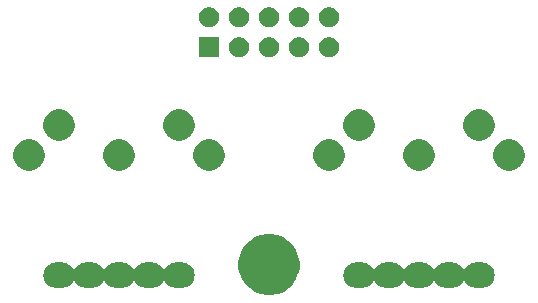
<source format=gbr>
G04 #@! TF.GenerationSoftware,KiCad,Pcbnew,(5.0.2)-1*
G04 #@! TF.CreationDate,2019-01-01T20:39:11-08:00*
G04 #@! TF.ProjectId,500-1141,3530302d-3131-4343-912e-6b696361645f,rev?*
G04 #@! TF.SameCoordinates,Original*
G04 #@! TF.FileFunction,Soldermask,Top*
G04 #@! TF.FilePolarity,Negative*
%FSLAX46Y46*%
G04 Gerber Fmt 4.6, Leading zero omitted, Abs format (unit mm)*
G04 Created by KiCad (PCBNEW (5.0.2)-1) date 1/1/2019 8:39:11 PM*
%MOMM*%
%LPD*%
G01*
G04 APERTURE LIST*
%ADD10C,0.100000*%
G04 APERTURE END LIST*
D10*
G36*
X97108908Y-113680380D02*
X97275767Y-113713570D01*
X97747299Y-113908885D01*
X98168803Y-114190526D01*
X98171669Y-114192441D01*
X98532559Y-114553331D01*
X98532561Y-114553334D01*
X98816115Y-114977701D01*
X98816115Y-114977702D01*
X99011430Y-115449234D01*
X99111000Y-115949807D01*
X99111000Y-116460193D01*
X99044620Y-116793908D01*
X99011430Y-116960767D01*
X98816115Y-117432299D01*
X98644150Y-117689662D01*
X98532559Y-117856669D01*
X98171669Y-118217559D01*
X98171666Y-118217561D01*
X97747299Y-118501115D01*
X97275767Y-118696430D01*
X97108908Y-118729620D01*
X96775193Y-118796000D01*
X96264807Y-118796000D01*
X95931092Y-118729620D01*
X95764233Y-118696430D01*
X95292701Y-118501115D01*
X94868334Y-118217561D01*
X94868331Y-118217559D01*
X94507441Y-117856669D01*
X94395850Y-117689662D01*
X94223885Y-117432299D01*
X94028570Y-116960767D01*
X93995380Y-116793908D01*
X93929000Y-116460193D01*
X93929000Y-115949807D01*
X94028570Y-115449234D01*
X94223885Y-114977702D01*
X94223885Y-114977701D01*
X94507439Y-114553334D01*
X94507441Y-114553331D01*
X94868331Y-114192441D01*
X94871197Y-114190526D01*
X95292701Y-113908885D01*
X95764233Y-113713570D01*
X95931092Y-113680380D01*
X96264807Y-113614000D01*
X96775193Y-113614000D01*
X97108908Y-113680380D01*
X97108908Y-113680380D01*
G37*
G36*
X79109114Y-116033176D02*
X79203168Y-116042439D01*
X79404299Y-116103451D01*
X79436899Y-116120876D01*
X79589662Y-116202529D01*
X79752133Y-116335867D01*
X79885468Y-116498335D01*
X79899759Y-116525072D01*
X79913373Y-116545446D01*
X79930700Y-116562774D01*
X79951075Y-116576388D01*
X79973714Y-116585765D01*
X79997747Y-116590546D01*
X80022251Y-116590546D01*
X80046285Y-116585766D01*
X80068924Y-116576389D01*
X80089298Y-116562775D01*
X80106626Y-116545448D01*
X80120241Y-116525072D01*
X80134532Y-116498335D01*
X80267867Y-116335867D01*
X80430338Y-116202529D01*
X80583101Y-116120876D01*
X80615701Y-116103451D01*
X80816832Y-116042439D01*
X80910886Y-116033176D01*
X80973587Y-116027000D01*
X81586413Y-116027000D01*
X81649114Y-116033176D01*
X81743168Y-116042439D01*
X81944299Y-116103451D01*
X81976899Y-116120876D01*
X82129662Y-116202529D01*
X82292133Y-116335867D01*
X82425468Y-116498335D01*
X82439759Y-116525072D01*
X82453373Y-116545446D01*
X82470700Y-116562774D01*
X82491075Y-116576388D01*
X82513714Y-116585765D01*
X82537747Y-116590546D01*
X82562251Y-116590546D01*
X82586285Y-116585766D01*
X82608924Y-116576389D01*
X82629298Y-116562775D01*
X82646626Y-116545448D01*
X82660241Y-116525072D01*
X82674532Y-116498335D01*
X82807867Y-116335867D01*
X82970338Y-116202529D01*
X83123101Y-116120876D01*
X83155701Y-116103451D01*
X83356832Y-116042439D01*
X83450886Y-116033176D01*
X83513587Y-116027000D01*
X84126413Y-116027000D01*
X84189114Y-116033176D01*
X84283168Y-116042439D01*
X84484299Y-116103451D01*
X84516899Y-116120876D01*
X84669662Y-116202529D01*
X84832133Y-116335867D01*
X84965468Y-116498335D01*
X84979759Y-116525072D01*
X84993373Y-116545446D01*
X85010700Y-116562774D01*
X85031075Y-116576388D01*
X85053714Y-116585765D01*
X85077747Y-116590546D01*
X85102251Y-116590546D01*
X85126285Y-116585766D01*
X85148924Y-116576389D01*
X85169298Y-116562775D01*
X85186626Y-116545448D01*
X85200241Y-116525072D01*
X85214532Y-116498335D01*
X85347867Y-116335867D01*
X85510338Y-116202529D01*
X85663101Y-116120876D01*
X85695701Y-116103451D01*
X85896832Y-116042439D01*
X85990886Y-116033176D01*
X86053587Y-116027000D01*
X86666413Y-116027000D01*
X86729114Y-116033176D01*
X86823168Y-116042439D01*
X87024299Y-116103451D01*
X87056899Y-116120876D01*
X87209662Y-116202529D01*
X87372133Y-116335867D01*
X87505468Y-116498335D01*
X87519759Y-116525072D01*
X87533373Y-116545446D01*
X87550700Y-116562774D01*
X87571075Y-116576388D01*
X87593714Y-116585765D01*
X87617747Y-116590546D01*
X87642251Y-116590546D01*
X87666285Y-116585766D01*
X87688924Y-116576389D01*
X87709298Y-116562775D01*
X87726626Y-116545448D01*
X87740241Y-116525072D01*
X87754532Y-116498335D01*
X87887867Y-116335867D01*
X88050338Y-116202529D01*
X88203101Y-116120876D01*
X88235701Y-116103451D01*
X88436832Y-116042439D01*
X88530886Y-116033176D01*
X88593587Y-116027000D01*
X89206413Y-116027000D01*
X89269114Y-116033176D01*
X89363168Y-116042439D01*
X89564299Y-116103451D01*
X89596899Y-116120876D01*
X89749662Y-116202529D01*
X89912133Y-116335867D01*
X90045471Y-116498338D01*
X90127124Y-116651101D01*
X90144549Y-116683701D01*
X90205561Y-116884832D01*
X90226162Y-117094000D01*
X90205561Y-117303168D01*
X90144549Y-117504299D01*
X90144546Y-117504304D01*
X90045471Y-117689662D01*
X89912133Y-117852133D01*
X89749662Y-117985471D01*
X89596899Y-118067124D01*
X89564299Y-118084549D01*
X89363168Y-118145561D01*
X89269114Y-118154824D01*
X89206413Y-118161000D01*
X88593587Y-118161000D01*
X88530886Y-118154824D01*
X88436832Y-118145561D01*
X88235701Y-118084549D01*
X88203101Y-118067124D01*
X88050338Y-117985471D01*
X87887867Y-117852133D01*
X87754532Y-117689665D01*
X87740241Y-117662928D01*
X87726627Y-117642554D01*
X87709300Y-117625226D01*
X87688925Y-117611612D01*
X87666286Y-117602235D01*
X87642253Y-117597454D01*
X87617749Y-117597454D01*
X87593715Y-117602234D01*
X87571076Y-117611611D01*
X87550702Y-117625225D01*
X87533374Y-117642552D01*
X87519759Y-117662928D01*
X87505468Y-117689665D01*
X87372133Y-117852133D01*
X87209662Y-117985471D01*
X87056899Y-118067124D01*
X87024299Y-118084549D01*
X86823168Y-118145561D01*
X86729114Y-118154824D01*
X86666413Y-118161000D01*
X86053587Y-118161000D01*
X85990886Y-118154824D01*
X85896832Y-118145561D01*
X85695701Y-118084549D01*
X85663101Y-118067124D01*
X85510338Y-117985471D01*
X85347867Y-117852133D01*
X85214532Y-117689665D01*
X85200241Y-117662928D01*
X85186627Y-117642554D01*
X85169300Y-117625226D01*
X85148925Y-117611612D01*
X85126286Y-117602235D01*
X85102253Y-117597454D01*
X85077749Y-117597454D01*
X85053715Y-117602234D01*
X85031076Y-117611611D01*
X85010702Y-117625225D01*
X84993374Y-117642552D01*
X84979759Y-117662928D01*
X84965468Y-117689665D01*
X84832133Y-117852133D01*
X84669662Y-117985471D01*
X84516899Y-118067124D01*
X84484299Y-118084549D01*
X84283168Y-118145561D01*
X84189114Y-118154824D01*
X84126413Y-118161000D01*
X83513587Y-118161000D01*
X83450886Y-118154824D01*
X83356832Y-118145561D01*
X83155701Y-118084549D01*
X83123101Y-118067124D01*
X82970338Y-117985471D01*
X82807867Y-117852133D01*
X82674532Y-117689665D01*
X82660241Y-117662928D01*
X82646627Y-117642554D01*
X82629300Y-117625226D01*
X82608925Y-117611612D01*
X82586286Y-117602235D01*
X82562253Y-117597454D01*
X82537749Y-117597454D01*
X82513715Y-117602234D01*
X82491076Y-117611611D01*
X82470702Y-117625225D01*
X82453374Y-117642552D01*
X82439759Y-117662928D01*
X82425468Y-117689665D01*
X82292133Y-117852133D01*
X82129662Y-117985471D01*
X81976899Y-118067124D01*
X81944299Y-118084549D01*
X81743168Y-118145561D01*
X81649114Y-118154824D01*
X81586413Y-118161000D01*
X80973587Y-118161000D01*
X80910886Y-118154824D01*
X80816832Y-118145561D01*
X80615701Y-118084549D01*
X80583101Y-118067124D01*
X80430338Y-117985471D01*
X80267867Y-117852133D01*
X80134532Y-117689665D01*
X80120241Y-117662928D01*
X80106627Y-117642554D01*
X80089300Y-117625226D01*
X80068925Y-117611612D01*
X80046286Y-117602235D01*
X80022253Y-117597454D01*
X79997749Y-117597454D01*
X79973715Y-117602234D01*
X79951076Y-117611611D01*
X79930702Y-117625225D01*
X79913374Y-117642552D01*
X79899759Y-117662928D01*
X79885468Y-117689665D01*
X79752133Y-117852133D01*
X79589662Y-117985471D01*
X79436899Y-118067124D01*
X79404299Y-118084549D01*
X79203168Y-118145561D01*
X79109114Y-118154824D01*
X79046413Y-118161000D01*
X78433587Y-118161000D01*
X78370886Y-118154824D01*
X78276832Y-118145561D01*
X78075701Y-118084549D01*
X78043101Y-118067124D01*
X77890338Y-117985471D01*
X77727867Y-117852133D01*
X77594529Y-117689662D01*
X77495454Y-117504304D01*
X77495451Y-117504299D01*
X77434439Y-117303168D01*
X77413838Y-117094000D01*
X77434439Y-116884832D01*
X77495451Y-116683701D01*
X77512876Y-116651101D01*
X77594529Y-116498338D01*
X77727867Y-116335867D01*
X77890338Y-116202529D01*
X78043101Y-116120876D01*
X78075701Y-116103451D01*
X78276832Y-116042439D01*
X78370886Y-116033176D01*
X78433587Y-116027000D01*
X79046413Y-116027000D01*
X79109114Y-116033176D01*
X79109114Y-116033176D01*
G37*
G36*
X104509114Y-116033176D02*
X104603168Y-116042439D01*
X104804299Y-116103451D01*
X104836899Y-116120876D01*
X104989662Y-116202529D01*
X105152133Y-116335867D01*
X105285468Y-116498335D01*
X105299759Y-116525072D01*
X105313373Y-116545446D01*
X105330700Y-116562774D01*
X105351075Y-116576388D01*
X105373714Y-116585765D01*
X105397747Y-116590546D01*
X105422251Y-116590546D01*
X105446285Y-116585766D01*
X105468924Y-116576389D01*
X105489298Y-116562775D01*
X105506626Y-116545448D01*
X105520241Y-116525072D01*
X105534532Y-116498335D01*
X105667867Y-116335867D01*
X105830338Y-116202529D01*
X105983101Y-116120876D01*
X106015701Y-116103451D01*
X106216832Y-116042439D01*
X106310886Y-116033176D01*
X106373587Y-116027000D01*
X106986413Y-116027000D01*
X107049114Y-116033176D01*
X107143168Y-116042439D01*
X107344299Y-116103451D01*
X107376899Y-116120876D01*
X107529662Y-116202529D01*
X107692133Y-116335867D01*
X107825468Y-116498335D01*
X107839759Y-116525072D01*
X107853373Y-116545446D01*
X107870700Y-116562774D01*
X107891075Y-116576388D01*
X107913714Y-116585765D01*
X107937747Y-116590546D01*
X107962251Y-116590546D01*
X107986285Y-116585766D01*
X108008924Y-116576389D01*
X108029298Y-116562775D01*
X108046626Y-116545448D01*
X108060241Y-116525072D01*
X108074532Y-116498335D01*
X108207867Y-116335867D01*
X108370338Y-116202529D01*
X108523101Y-116120876D01*
X108555701Y-116103451D01*
X108756832Y-116042439D01*
X108850886Y-116033176D01*
X108913587Y-116027000D01*
X109526413Y-116027000D01*
X109589114Y-116033176D01*
X109683168Y-116042439D01*
X109884299Y-116103451D01*
X109916899Y-116120876D01*
X110069662Y-116202529D01*
X110232133Y-116335867D01*
X110365468Y-116498335D01*
X110379759Y-116525072D01*
X110393373Y-116545446D01*
X110410700Y-116562774D01*
X110431075Y-116576388D01*
X110453714Y-116585765D01*
X110477747Y-116590546D01*
X110502251Y-116590546D01*
X110526285Y-116585766D01*
X110548924Y-116576389D01*
X110569298Y-116562775D01*
X110586626Y-116545448D01*
X110600241Y-116525072D01*
X110614532Y-116498335D01*
X110747867Y-116335867D01*
X110910338Y-116202529D01*
X111063101Y-116120876D01*
X111095701Y-116103451D01*
X111296832Y-116042439D01*
X111390886Y-116033176D01*
X111453587Y-116027000D01*
X112066413Y-116027000D01*
X112129114Y-116033176D01*
X112223168Y-116042439D01*
X112424299Y-116103451D01*
X112456899Y-116120876D01*
X112609662Y-116202529D01*
X112772133Y-116335867D01*
X112905468Y-116498335D01*
X112919759Y-116525072D01*
X112933373Y-116545446D01*
X112950700Y-116562774D01*
X112971075Y-116576388D01*
X112993714Y-116585765D01*
X113017747Y-116590546D01*
X113042251Y-116590546D01*
X113066285Y-116585766D01*
X113088924Y-116576389D01*
X113109298Y-116562775D01*
X113126626Y-116545448D01*
X113140241Y-116525072D01*
X113154532Y-116498335D01*
X113287867Y-116335867D01*
X113450338Y-116202529D01*
X113603101Y-116120876D01*
X113635701Y-116103451D01*
X113836832Y-116042439D01*
X113930886Y-116033176D01*
X113993587Y-116027000D01*
X114606413Y-116027000D01*
X114669114Y-116033176D01*
X114763168Y-116042439D01*
X114964299Y-116103451D01*
X114996899Y-116120876D01*
X115149662Y-116202529D01*
X115312133Y-116335867D01*
X115445471Y-116498338D01*
X115527124Y-116651101D01*
X115544549Y-116683701D01*
X115605561Y-116884832D01*
X115626162Y-117094000D01*
X115605561Y-117303168D01*
X115544549Y-117504299D01*
X115544546Y-117504304D01*
X115445471Y-117689662D01*
X115312133Y-117852133D01*
X115149662Y-117985471D01*
X114996899Y-118067124D01*
X114964299Y-118084549D01*
X114763168Y-118145561D01*
X114669114Y-118154824D01*
X114606413Y-118161000D01*
X113993587Y-118161000D01*
X113930886Y-118154824D01*
X113836832Y-118145561D01*
X113635701Y-118084549D01*
X113603101Y-118067124D01*
X113450338Y-117985471D01*
X113287867Y-117852133D01*
X113154532Y-117689665D01*
X113140241Y-117662928D01*
X113126627Y-117642554D01*
X113109300Y-117625226D01*
X113088925Y-117611612D01*
X113066286Y-117602235D01*
X113042253Y-117597454D01*
X113017749Y-117597454D01*
X112993715Y-117602234D01*
X112971076Y-117611611D01*
X112950702Y-117625225D01*
X112933374Y-117642552D01*
X112919759Y-117662928D01*
X112905468Y-117689665D01*
X112772133Y-117852133D01*
X112609662Y-117985471D01*
X112456899Y-118067124D01*
X112424299Y-118084549D01*
X112223168Y-118145561D01*
X112129114Y-118154824D01*
X112066413Y-118161000D01*
X111453587Y-118161000D01*
X111390886Y-118154824D01*
X111296832Y-118145561D01*
X111095701Y-118084549D01*
X111063101Y-118067124D01*
X110910338Y-117985471D01*
X110747867Y-117852133D01*
X110614532Y-117689665D01*
X110600241Y-117662928D01*
X110586627Y-117642554D01*
X110569300Y-117625226D01*
X110548925Y-117611612D01*
X110526286Y-117602235D01*
X110502253Y-117597454D01*
X110477749Y-117597454D01*
X110453715Y-117602234D01*
X110431076Y-117611611D01*
X110410702Y-117625225D01*
X110393374Y-117642552D01*
X110379759Y-117662928D01*
X110365468Y-117689665D01*
X110232133Y-117852133D01*
X110069662Y-117985471D01*
X109916899Y-118067124D01*
X109884299Y-118084549D01*
X109683168Y-118145561D01*
X109589114Y-118154824D01*
X109526413Y-118161000D01*
X108913587Y-118161000D01*
X108850886Y-118154824D01*
X108756832Y-118145561D01*
X108555701Y-118084549D01*
X108523101Y-118067124D01*
X108370338Y-117985471D01*
X108207867Y-117852133D01*
X108074532Y-117689665D01*
X108060241Y-117662928D01*
X108046627Y-117642554D01*
X108029300Y-117625226D01*
X108008925Y-117611612D01*
X107986286Y-117602235D01*
X107962253Y-117597454D01*
X107937749Y-117597454D01*
X107913715Y-117602234D01*
X107891076Y-117611611D01*
X107870702Y-117625225D01*
X107853374Y-117642552D01*
X107839759Y-117662928D01*
X107825468Y-117689665D01*
X107692133Y-117852133D01*
X107529662Y-117985471D01*
X107376899Y-118067124D01*
X107344299Y-118084549D01*
X107143168Y-118145561D01*
X107049114Y-118154824D01*
X106986413Y-118161000D01*
X106373587Y-118161000D01*
X106310886Y-118154824D01*
X106216832Y-118145561D01*
X106015701Y-118084549D01*
X105983101Y-118067124D01*
X105830338Y-117985471D01*
X105667867Y-117852133D01*
X105534532Y-117689665D01*
X105520241Y-117662928D01*
X105506627Y-117642554D01*
X105489300Y-117625226D01*
X105468925Y-117611612D01*
X105446286Y-117602235D01*
X105422253Y-117597454D01*
X105397749Y-117597454D01*
X105373715Y-117602234D01*
X105351076Y-117611611D01*
X105330702Y-117625225D01*
X105313374Y-117642552D01*
X105299759Y-117662928D01*
X105285468Y-117689665D01*
X105152133Y-117852133D01*
X104989662Y-117985471D01*
X104836899Y-118067124D01*
X104804299Y-118084549D01*
X104603168Y-118145561D01*
X104509114Y-118154824D01*
X104446413Y-118161000D01*
X103833587Y-118161000D01*
X103770886Y-118154824D01*
X103676832Y-118145561D01*
X103475701Y-118084549D01*
X103443101Y-118067124D01*
X103290338Y-117985471D01*
X103127867Y-117852133D01*
X102994529Y-117689662D01*
X102895454Y-117504304D01*
X102895451Y-117504299D01*
X102834439Y-117303168D01*
X102813838Y-117094000D01*
X102834439Y-116884832D01*
X102895451Y-116683701D01*
X102912876Y-116651101D01*
X102994529Y-116498338D01*
X103127867Y-116335867D01*
X103290338Y-116202529D01*
X103443101Y-116120876D01*
X103475701Y-116103451D01*
X103676832Y-116042439D01*
X103770886Y-116033176D01*
X103833587Y-116027000D01*
X104446413Y-116027000D01*
X104509114Y-116033176D01*
X104509114Y-116033176D01*
G37*
G36*
X117140250Y-105646843D02*
X117225322Y-105663765D01*
X117295735Y-105692931D01*
X117465728Y-105763344D01*
X117682092Y-105907914D01*
X117866086Y-106091908D01*
X118010656Y-106308272D01*
X118110235Y-106548679D01*
X118161000Y-106803891D01*
X118161000Y-107064109D01*
X118110235Y-107319321D01*
X118010656Y-107559728D01*
X117866086Y-107776092D01*
X117682092Y-107960086D01*
X117465728Y-108104656D01*
X117295735Y-108175069D01*
X117225322Y-108204235D01*
X117140250Y-108221157D01*
X116970109Y-108255000D01*
X116709891Y-108255000D01*
X116539750Y-108221157D01*
X116454678Y-108204235D01*
X116384265Y-108175069D01*
X116214272Y-108104656D01*
X115997908Y-107960086D01*
X115813914Y-107776092D01*
X115669344Y-107559728D01*
X115569765Y-107319321D01*
X115519000Y-107064109D01*
X115519000Y-106803891D01*
X115569765Y-106548679D01*
X115669344Y-106308272D01*
X115813914Y-106091908D01*
X115997908Y-105907914D01*
X116214272Y-105763344D01*
X116384265Y-105692931D01*
X116454678Y-105663765D01*
X116539750Y-105646843D01*
X116709891Y-105613000D01*
X116970109Y-105613000D01*
X117140250Y-105646843D01*
X117140250Y-105646843D01*
G37*
G36*
X91740250Y-105646843D02*
X91825322Y-105663765D01*
X91895735Y-105692931D01*
X92065728Y-105763344D01*
X92282092Y-105907914D01*
X92466086Y-106091908D01*
X92610656Y-106308272D01*
X92710235Y-106548679D01*
X92761000Y-106803891D01*
X92761000Y-107064109D01*
X92710235Y-107319321D01*
X92610656Y-107559728D01*
X92466086Y-107776092D01*
X92282092Y-107960086D01*
X92065728Y-108104656D01*
X91895735Y-108175069D01*
X91825322Y-108204235D01*
X91740250Y-108221157D01*
X91570109Y-108255000D01*
X91309891Y-108255000D01*
X91139750Y-108221157D01*
X91054678Y-108204235D01*
X90984265Y-108175069D01*
X90814272Y-108104656D01*
X90597908Y-107960086D01*
X90413914Y-107776092D01*
X90269344Y-107559728D01*
X90169765Y-107319321D01*
X90119000Y-107064109D01*
X90119000Y-106803891D01*
X90169765Y-106548679D01*
X90269344Y-106308272D01*
X90413914Y-106091908D01*
X90597908Y-105907914D01*
X90814272Y-105763344D01*
X90984265Y-105692931D01*
X91054678Y-105663765D01*
X91139750Y-105646843D01*
X91309891Y-105613000D01*
X91570109Y-105613000D01*
X91740250Y-105646843D01*
X91740250Y-105646843D01*
G37*
G36*
X76500250Y-105646843D02*
X76585322Y-105663765D01*
X76655735Y-105692931D01*
X76825728Y-105763344D01*
X77042092Y-105907914D01*
X77226086Y-106091908D01*
X77370656Y-106308272D01*
X77470235Y-106548679D01*
X77521000Y-106803891D01*
X77521000Y-107064109D01*
X77470235Y-107319321D01*
X77370656Y-107559728D01*
X77226086Y-107776092D01*
X77042092Y-107960086D01*
X76825728Y-108104656D01*
X76655735Y-108175069D01*
X76585322Y-108204235D01*
X76500250Y-108221157D01*
X76330109Y-108255000D01*
X76069891Y-108255000D01*
X75899750Y-108221157D01*
X75814678Y-108204235D01*
X75744265Y-108175069D01*
X75574272Y-108104656D01*
X75357908Y-107960086D01*
X75173914Y-107776092D01*
X75029344Y-107559728D01*
X74929765Y-107319321D01*
X74879000Y-107064109D01*
X74879000Y-106803891D01*
X74929765Y-106548679D01*
X75029344Y-106308272D01*
X75173914Y-106091908D01*
X75357908Y-105907914D01*
X75574272Y-105763344D01*
X75744265Y-105692931D01*
X75814678Y-105663765D01*
X75899750Y-105646843D01*
X76069891Y-105613000D01*
X76330109Y-105613000D01*
X76500250Y-105646843D01*
X76500250Y-105646843D01*
G37*
G36*
X109520250Y-105646843D02*
X109605322Y-105663765D01*
X109675735Y-105692931D01*
X109845728Y-105763344D01*
X110062092Y-105907914D01*
X110246086Y-106091908D01*
X110390656Y-106308272D01*
X110490235Y-106548679D01*
X110541000Y-106803891D01*
X110541000Y-107064109D01*
X110490235Y-107319321D01*
X110390656Y-107559728D01*
X110246086Y-107776092D01*
X110062092Y-107960086D01*
X109845728Y-108104656D01*
X109675735Y-108175069D01*
X109605322Y-108204235D01*
X109520250Y-108221157D01*
X109350109Y-108255000D01*
X109089891Y-108255000D01*
X108919750Y-108221157D01*
X108834678Y-108204235D01*
X108764265Y-108175069D01*
X108594272Y-108104656D01*
X108377908Y-107960086D01*
X108193914Y-107776092D01*
X108049344Y-107559728D01*
X107949765Y-107319321D01*
X107899000Y-107064109D01*
X107899000Y-106803891D01*
X107949765Y-106548679D01*
X108049344Y-106308272D01*
X108193914Y-106091908D01*
X108377908Y-105907914D01*
X108594272Y-105763344D01*
X108764265Y-105692931D01*
X108834678Y-105663765D01*
X108919750Y-105646843D01*
X109089891Y-105613000D01*
X109350109Y-105613000D01*
X109520250Y-105646843D01*
X109520250Y-105646843D01*
G37*
G36*
X101900250Y-105646843D02*
X101985322Y-105663765D01*
X102055735Y-105692931D01*
X102225728Y-105763344D01*
X102442092Y-105907914D01*
X102626086Y-106091908D01*
X102770656Y-106308272D01*
X102870235Y-106548679D01*
X102921000Y-106803891D01*
X102921000Y-107064109D01*
X102870235Y-107319321D01*
X102770656Y-107559728D01*
X102626086Y-107776092D01*
X102442092Y-107960086D01*
X102225728Y-108104656D01*
X102055735Y-108175069D01*
X101985322Y-108204235D01*
X101900250Y-108221157D01*
X101730109Y-108255000D01*
X101469891Y-108255000D01*
X101299750Y-108221157D01*
X101214678Y-108204235D01*
X101144265Y-108175069D01*
X100974272Y-108104656D01*
X100757908Y-107960086D01*
X100573914Y-107776092D01*
X100429344Y-107559728D01*
X100329765Y-107319321D01*
X100279000Y-107064109D01*
X100279000Y-106803891D01*
X100329765Y-106548679D01*
X100429344Y-106308272D01*
X100573914Y-106091908D01*
X100757908Y-105907914D01*
X100974272Y-105763344D01*
X101144265Y-105692931D01*
X101214678Y-105663765D01*
X101299750Y-105646843D01*
X101469891Y-105613000D01*
X101730109Y-105613000D01*
X101900250Y-105646843D01*
X101900250Y-105646843D01*
G37*
G36*
X84120250Y-105646843D02*
X84205322Y-105663765D01*
X84275735Y-105692931D01*
X84445728Y-105763344D01*
X84662092Y-105907914D01*
X84846086Y-106091908D01*
X84990656Y-106308272D01*
X85090235Y-106548679D01*
X85141000Y-106803891D01*
X85141000Y-107064109D01*
X85090235Y-107319321D01*
X84990656Y-107559728D01*
X84846086Y-107776092D01*
X84662092Y-107960086D01*
X84445728Y-108104656D01*
X84275735Y-108175069D01*
X84205322Y-108204235D01*
X84120250Y-108221157D01*
X83950109Y-108255000D01*
X83689891Y-108255000D01*
X83519750Y-108221157D01*
X83434678Y-108204235D01*
X83364265Y-108175069D01*
X83194272Y-108104656D01*
X82977908Y-107960086D01*
X82793914Y-107776092D01*
X82649344Y-107559728D01*
X82549765Y-107319321D01*
X82499000Y-107064109D01*
X82499000Y-106803891D01*
X82549765Y-106548679D01*
X82649344Y-106308272D01*
X82793914Y-106091908D01*
X82977908Y-105907914D01*
X83194272Y-105763344D01*
X83364265Y-105692931D01*
X83434678Y-105663765D01*
X83519750Y-105646843D01*
X83689891Y-105613000D01*
X83950109Y-105613000D01*
X84120250Y-105646843D01*
X84120250Y-105646843D01*
G37*
G36*
X89200250Y-103106843D02*
X89285322Y-103123765D01*
X89355735Y-103152931D01*
X89525728Y-103223344D01*
X89742092Y-103367914D01*
X89926086Y-103551908D01*
X90070656Y-103768272D01*
X90170235Y-104008679D01*
X90221000Y-104263891D01*
X90221000Y-104524109D01*
X90170235Y-104779321D01*
X90070656Y-105019728D01*
X89926086Y-105236092D01*
X89742092Y-105420086D01*
X89525728Y-105564656D01*
X89409014Y-105613000D01*
X89285322Y-105664235D01*
X89200250Y-105681157D01*
X89030109Y-105715000D01*
X88769891Y-105715000D01*
X88599750Y-105681157D01*
X88514678Y-105664235D01*
X88390986Y-105613000D01*
X88274272Y-105564656D01*
X88057908Y-105420086D01*
X87873914Y-105236092D01*
X87729344Y-105019728D01*
X87629765Y-104779321D01*
X87579000Y-104524109D01*
X87579000Y-104263891D01*
X87629765Y-104008679D01*
X87729344Y-103768272D01*
X87873914Y-103551908D01*
X88057908Y-103367914D01*
X88274272Y-103223344D01*
X88444265Y-103152931D01*
X88514678Y-103123765D01*
X88599750Y-103106843D01*
X88769891Y-103073000D01*
X89030109Y-103073000D01*
X89200250Y-103106843D01*
X89200250Y-103106843D01*
G37*
G36*
X79040250Y-103106843D02*
X79125322Y-103123765D01*
X79195735Y-103152931D01*
X79365728Y-103223344D01*
X79582092Y-103367914D01*
X79766086Y-103551908D01*
X79910656Y-103768272D01*
X80010235Y-104008679D01*
X80061000Y-104263891D01*
X80061000Y-104524109D01*
X80010235Y-104779321D01*
X79910656Y-105019728D01*
X79766086Y-105236092D01*
X79582092Y-105420086D01*
X79365728Y-105564656D01*
X79249014Y-105613000D01*
X79125322Y-105664235D01*
X79040250Y-105681157D01*
X78870109Y-105715000D01*
X78609891Y-105715000D01*
X78439750Y-105681157D01*
X78354678Y-105664235D01*
X78230986Y-105613000D01*
X78114272Y-105564656D01*
X77897908Y-105420086D01*
X77713914Y-105236092D01*
X77569344Y-105019728D01*
X77469765Y-104779321D01*
X77419000Y-104524109D01*
X77419000Y-104263891D01*
X77469765Y-104008679D01*
X77569344Y-103768272D01*
X77713914Y-103551908D01*
X77897908Y-103367914D01*
X78114272Y-103223344D01*
X78284265Y-103152931D01*
X78354678Y-103123765D01*
X78439750Y-103106843D01*
X78609891Y-103073000D01*
X78870109Y-103073000D01*
X79040250Y-103106843D01*
X79040250Y-103106843D01*
G37*
G36*
X104440250Y-103106843D02*
X104525322Y-103123765D01*
X104595735Y-103152931D01*
X104765728Y-103223344D01*
X104982092Y-103367914D01*
X105166086Y-103551908D01*
X105310656Y-103768272D01*
X105410235Y-104008679D01*
X105461000Y-104263891D01*
X105461000Y-104524109D01*
X105410235Y-104779321D01*
X105310656Y-105019728D01*
X105166086Y-105236092D01*
X104982092Y-105420086D01*
X104765728Y-105564656D01*
X104649014Y-105613000D01*
X104525322Y-105664235D01*
X104440250Y-105681157D01*
X104270109Y-105715000D01*
X104009891Y-105715000D01*
X103839750Y-105681157D01*
X103754678Y-105664235D01*
X103630986Y-105613000D01*
X103514272Y-105564656D01*
X103297908Y-105420086D01*
X103113914Y-105236092D01*
X102969344Y-105019728D01*
X102869765Y-104779321D01*
X102819000Y-104524109D01*
X102819000Y-104263891D01*
X102869765Y-104008679D01*
X102969344Y-103768272D01*
X103113914Y-103551908D01*
X103297908Y-103367914D01*
X103514272Y-103223344D01*
X103684265Y-103152931D01*
X103754678Y-103123765D01*
X103839750Y-103106843D01*
X104009891Y-103073000D01*
X104270109Y-103073000D01*
X104440250Y-103106843D01*
X104440250Y-103106843D01*
G37*
G36*
X114600250Y-103106843D02*
X114685322Y-103123765D01*
X114755735Y-103152931D01*
X114925728Y-103223344D01*
X115142092Y-103367914D01*
X115326086Y-103551908D01*
X115470656Y-103768272D01*
X115570235Y-104008679D01*
X115621000Y-104263891D01*
X115621000Y-104524109D01*
X115570235Y-104779321D01*
X115470656Y-105019728D01*
X115326086Y-105236092D01*
X115142092Y-105420086D01*
X114925728Y-105564656D01*
X114809014Y-105613000D01*
X114685322Y-105664235D01*
X114600250Y-105681157D01*
X114430109Y-105715000D01*
X114169891Y-105715000D01*
X113999750Y-105681157D01*
X113914678Y-105664235D01*
X113790986Y-105613000D01*
X113674272Y-105564656D01*
X113457908Y-105420086D01*
X113273914Y-105236092D01*
X113129344Y-105019728D01*
X113029765Y-104779321D01*
X112979000Y-104524109D01*
X112979000Y-104263891D01*
X113029765Y-104008679D01*
X113129344Y-103768272D01*
X113273914Y-103551908D01*
X113457908Y-103367914D01*
X113674272Y-103223344D01*
X113844265Y-103152931D01*
X113914678Y-103123765D01*
X113999750Y-103106843D01*
X114169891Y-103073000D01*
X114430109Y-103073000D01*
X114600250Y-103106843D01*
X114600250Y-103106843D01*
G37*
G36*
X101790560Y-96973079D02*
X101844552Y-96983819D01*
X101997131Y-97047019D01*
X102134449Y-97138772D01*
X102251228Y-97255551D01*
X102342981Y-97392869D01*
X102406181Y-97545448D01*
X102438400Y-97707425D01*
X102438400Y-97872575D01*
X102406181Y-98034552D01*
X102342981Y-98187131D01*
X102251228Y-98324449D01*
X102134449Y-98441228D01*
X101997131Y-98532981D01*
X101844552Y-98596181D01*
X101790560Y-98606921D01*
X101682577Y-98628400D01*
X101517423Y-98628400D01*
X101409440Y-98606921D01*
X101355448Y-98596181D01*
X101202869Y-98532981D01*
X101065551Y-98441228D01*
X100948772Y-98324449D01*
X100857019Y-98187131D01*
X100793819Y-98034552D01*
X100761600Y-97872575D01*
X100761600Y-97707425D01*
X100793819Y-97545448D01*
X100857019Y-97392869D01*
X100948772Y-97255551D01*
X101065551Y-97138772D01*
X101202869Y-97047019D01*
X101355448Y-96983819D01*
X101409440Y-96973079D01*
X101517423Y-96951600D01*
X101682577Y-96951600D01*
X101790560Y-96973079D01*
X101790560Y-96973079D01*
G37*
G36*
X99250560Y-96973079D02*
X99304552Y-96983819D01*
X99457131Y-97047019D01*
X99594449Y-97138772D01*
X99711228Y-97255551D01*
X99802981Y-97392869D01*
X99866181Y-97545448D01*
X99898400Y-97707425D01*
X99898400Y-97872575D01*
X99866181Y-98034552D01*
X99802981Y-98187131D01*
X99711228Y-98324449D01*
X99594449Y-98441228D01*
X99457131Y-98532981D01*
X99304552Y-98596181D01*
X99250560Y-98606921D01*
X99142577Y-98628400D01*
X98977423Y-98628400D01*
X98869440Y-98606921D01*
X98815448Y-98596181D01*
X98662869Y-98532981D01*
X98525551Y-98441228D01*
X98408772Y-98324449D01*
X98317019Y-98187131D01*
X98253819Y-98034552D01*
X98221600Y-97872575D01*
X98221600Y-97707425D01*
X98253819Y-97545448D01*
X98317019Y-97392869D01*
X98408772Y-97255551D01*
X98525551Y-97138772D01*
X98662869Y-97047019D01*
X98815448Y-96983819D01*
X98869440Y-96973079D01*
X98977423Y-96951600D01*
X99142577Y-96951600D01*
X99250560Y-96973079D01*
X99250560Y-96973079D01*
G37*
G36*
X96710560Y-96973079D02*
X96764552Y-96983819D01*
X96917131Y-97047019D01*
X97054449Y-97138772D01*
X97171228Y-97255551D01*
X97262981Y-97392869D01*
X97326181Y-97545448D01*
X97358400Y-97707425D01*
X97358400Y-97872575D01*
X97326181Y-98034552D01*
X97262981Y-98187131D01*
X97171228Y-98324449D01*
X97054449Y-98441228D01*
X96917131Y-98532981D01*
X96764552Y-98596181D01*
X96710560Y-98606921D01*
X96602577Y-98628400D01*
X96437423Y-98628400D01*
X96329440Y-98606921D01*
X96275448Y-98596181D01*
X96122869Y-98532981D01*
X95985551Y-98441228D01*
X95868772Y-98324449D01*
X95777019Y-98187131D01*
X95713819Y-98034552D01*
X95681600Y-97872575D01*
X95681600Y-97707425D01*
X95713819Y-97545448D01*
X95777019Y-97392869D01*
X95868772Y-97255551D01*
X95985551Y-97138772D01*
X96122869Y-97047019D01*
X96275448Y-96983819D01*
X96329440Y-96973079D01*
X96437423Y-96951600D01*
X96602577Y-96951600D01*
X96710560Y-96973079D01*
X96710560Y-96973079D01*
G37*
G36*
X94170560Y-96973079D02*
X94224552Y-96983819D01*
X94377131Y-97047019D01*
X94514449Y-97138772D01*
X94631228Y-97255551D01*
X94722981Y-97392869D01*
X94786181Y-97545448D01*
X94818400Y-97707425D01*
X94818400Y-97872575D01*
X94786181Y-98034552D01*
X94722981Y-98187131D01*
X94631228Y-98324449D01*
X94514449Y-98441228D01*
X94377131Y-98532981D01*
X94224552Y-98596181D01*
X94170560Y-98606921D01*
X94062577Y-98628400D01*
X93897423Y-98628400D01*
X93789440Y-98606921D01*
X93735448Y-98596181D01*
X93582869Y-98532981D01*
X93445551Y-98441228D01*
X93328772Y-98324449D01*
X93237019Y-98187131D01*
X93173819Y-98034552D01*
X93141600Y-97872575D01*
X93141600Y-97707425D01*
X93173819Y-97545448D01*
X93237019Y-97392869D01*
X93328772Y-97255551D01*
X93445551Y-97138772D01*
X93582869Y-97047019D01*
X93735448Y-96983819D01*
X93789440Y-96973079D01*
X93897423Y-96951600D01*
X94062577Y-96951600D01*
X94170560Y-96973079D01*
X94170560Y-96973079D01*
G37*
G36*
X92278400Y-98628400D02*
X90601600Y-98628400D01*
X90601600Y-96951600D01*
X92278400Y-96951600D01*
X92278400Y-98628400D01*
X92278400Y-98628400D01*
G37*
G36*
X91630560Y-94433079D02*
X91684552Y-94443819D01*
X91837131Y-94507019D01*
X91974449Y-94598772D01*
X92091228Y-94715551D01*
X92182981Y-94852869D01*
X92246181Y-95005448D01*
X92278400Y-95167425D01*
X92278400Y-95332575D01*
X92246181Y-95494552D01*
X92182981Y-95647131D01*
X92091228Y-95784449D01*
X91974449Y-95901228D01*
X91837131Y-95992981D01*
X91684552Y-96056181D01*
X91630560Y-96066921D01*
X91522577Y-96088400D01*
X91357423Y-96088400D01*
X91249440Y-96066921D01*
X91195448Y-96056181D01*
X91042869Y-95992981D01*
X90905551Y-95901228D01*
X90788772Y-95784449D01*
X90697019Y-95647131D01*
X90633819Y-95494552D01*
X90601600Y-95332575D01*
X90601600Y-95167425D01*
X90633819Y-95005448D01*
X90697019Y-94852869D01*
X90788772Y-94715551D01*
X90905551Y-94598772D01*
X91042869Y-94507019D01*
X91195448Y-94443819D01*
X91249440Y-94433079D01*
X91357423Y-94411600D01*
X91522577Y-94411600D01*
X91630560Y-94433079D01*
X91630560Y-94433079D01*
G37*
G36*
X94170560Y-94433079D02*
X94224552Y-94443819D01*
X94377131Y-94507019D01*
X94514449Y-94598772D01*
X94631228Y-94715551D01*
X94722981Y-94852869D01*
X94786181Y-95005448D01*
X94818400Y-95167425D01*
X94818400Y-95332575D01*
X94786181Y-95494552D01*
X94722981Y-95647131D01*
X94631228Y-95784449D01*
X94514449Y-95901228D01*
X94377131Y-95992981D01*
X94224552Y-96056181D01*
X94170560Y-96066921D01*
X94062577Y-96088400D01*
X93897423Y-96088400D01*
X93789440Y-96066921D01*
X93735448Y-96056181D01*
X93582869Y-95992981D01*
X93445551Y-95901228D01*
X93328772Y-95784449D01*
X93237019Y-95647131D01*
X93173819Y-95494552D01*
X93141600Y-95332575D01*
X93141600Y-95167425D01*
X93173819Y-95005448D01*
X93237019Y-94852869D01*
X93328772Y-94715551D01*
X93445551Y-94598772D01*
X93582869Y-94507019D01*
X93735448Y-94443819D01*
X93789440Y-94433079D01*
X93897423Y-94411600D01*
X94062577Y-94411600D01*
X94170560Y-94433079D01*
X94170560Y-94433079D01*
G37*
G36*
X96710560Y-94433079D02*
X96764552Y-94443819D01*
X96917131Y-94507019D01*
X97054449Y-94598772D01*
X97171228Y-94715551D01*
X97262981Y-94852869D01*
X97326181Y-95005448D01*
X97358400Y-95167425D01*
X97358400Y-95332575D01*
X97326181Y-95494552D01*
X97262981Y-95647131D01*
X97171228Y-95784449D01*
X97054449Y-95901228D01*
X96917131Y-95992981D01*
X96764552Y-96056181D01*
X96710560Y-96066921D01*
X96602577Y-96088400D01*
X96437423Y-96088400D01*
X96329440Y-96066921D01*
X96275448Y-96056181D01*
X96122869Y-95992981D01*
X95985551Y-95901228D01*
X95868772Y-95784449D01*
X95777019Y-95647131D01*
X95713819Y-95494552D01*
X95681600Y-95332575D01*
X95681600Y-95167425D01*
X95713819Y-95005448D01*
X95777019Y-94852869D01*
X95868772Y-94715551D01*
X95985551Y-94598772D01*
X96122869Y-94507019D01*
X96275448Y-94443819D01*
X96329440Y-94433079D01*
X96437423Y-94411600D01*
X96602577Y-94411600D01*
X96710560Y-94433079D01*
X96710560Y-94433079D01*
G37*
G36*
X99250560Y-94433079D02*
X99304552Y-94443819D01*
X99457131Y-94507019D01*
X99594449Y-94598772D01*
X99711228Y-94715551D01*
X99802981Y-94852869D01*
X99866181Y-95005448D01*
X99898400Y-95167425D01*
X99898400Y-95332575D01*
X99866181Y-95494552D01*
X99802981Y-95647131D01*
X99711228Y-95784449D01*
X99594449Y-95901228D01*
X99457131Y-95992981D01*
X99304552Y-96056181D01*
X99250560Y-96066921D01*
X99142577Y-96088400D01*
X98977423Y-96088400D01*
X98869440Y-96066921D01*
X98815448Y-96056181D01*
X98662869Y-95992981D01*
X98525551Y-95901228D01*
X98408772Y-95784449D01*
X98317019Y-95647131D01*
X98253819Y-95494552D01*
X98221600Y-95332575D01*
X98221600Y-95167425D01*
X98253819Y-95005448D01*
X98317019Y-94852869D01*
X98408772Y-94715551D01*
X98525551Y-94598772D01*
X98662869Y-94507019D01*
X98815448Y-94443819D01*
X98869440Y-94433079D01*
X98977423Y-94411600D01*
X99142577Y-94411600D01*
X99250560Y-94433079D01*
X99250560Y-94433079D01*
G37*
G36*
X101790560Y-94433079D02*
X101844552Y-94443819D01*
X101997131Y-94507019D01*
X102134449Y-94598772D01*
X102251228Y-94715551D01*
X102342981Y-94852869D01*
X102406181Y-95005448D01*
X102438400Y-95167425D01*
X102438400Y-95332575D01*
X102406181Y-95494552D01*
X102342981Y-95647131D01*
X102251228Y-95784449D01*
X102134449Y-95901228D01*
X101997131Y-95992981D01*
X101844552Y-96056181D01*
X101790560Y-96066921D01*
X101682577Y-96088400D01*
X101517423Y-96088400D01*
X101409440Y-96066921D01*
X101355448Y-96056181D01*
X101202869Y-95992981D01*
X101065551Y-95901228D01*
X100948772Y-95784449D01*
X100857019Y-95647131D01*
X100793819Y-95494552D01*
X100761600Y-95332575D01*
X100761600Y-95167425D01*
X100793819Y-95005448D01*
X100857019Y-94852869D01*
X100948772Y-94715551D01*
X101065551Y-94598772D01*
X101202869Y-94507019D01*
X101355448Y-94443819D01*
X101409440Y-94433079D01*
X101517423Y-94411600D01*
X101682577Y-94411600D01*
X101790560Y-94433079D01*
X101790560Y-94433079D01*
G37*
M02*

</source>
